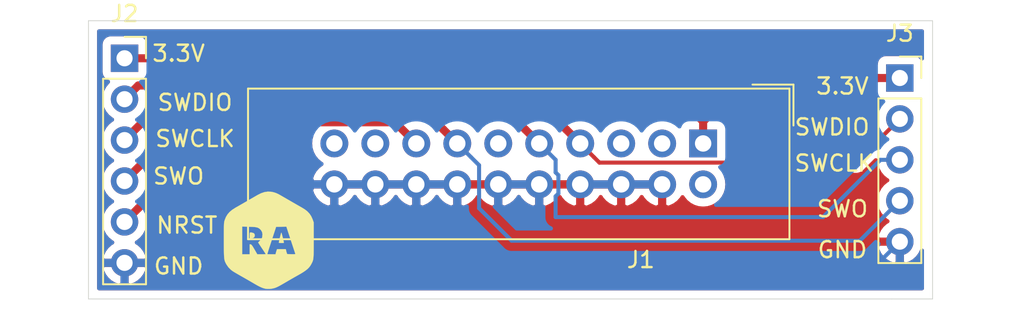
<source format=kicad_pcb>
(kicad_pcb (version 20171130) (host pcbnew 5.1.1-8be2ce7~80~ubuntu18.10.1)

  (general
    (thickness 1.6)
    (drawings 17)
    (tracks 44)
    (zones 0)
    (modules 4)
    (nets 13)
  )

  (page A4)
  (layers
    (0 F.Cu signal)
    (31 B.Cu signal)
    (32 B.Adhes user)
    (33 F.Adhes user)
    (34 B.Paste user)
    (35 F.Paste user)
    (36 B.SilkS user)
    (37 F.SilkS user)
    (38 B.Mask user)
    (39 F.Mask user)
    (40 Dwgs.User user)
    (41 Cmts.User user)
    (42 Eco1.User user)
    (43 Eco2.User user)
    (44 Edge.Cuts user)
    (45 Margin user)
    (46 B.CrtYd user)
    (47 F.CrtYd user)
    (48 B.Fab user)
    (49 F.Fab user)
  )

  (setup
    (last_trace_width 0.25)
    (user_trace_width 0.2)
    (user_trace_width 0.3)
    (user_trace_width 0.5)
    (trace_clearance 0.2)
    (zone_clearance 0.508)
    (zone_45_only no)
    (trace_min 0.2)
    (via_size 0.8)
    (via_drill 0.4)
    (via_min_size 0.4)
    (via_min_drill 0.3)
    (uvia_size 0.3)
    (uvia_drill 0.1)
    (uvias_allowed no)
    (uvia_min_size 0.2)
    (uvia_min_drill 0.1)
    (edge_width 0.05)
    (segment_width 0.2)
    (pcb_text_width 0.3)
    (pcb_text_size 1.5 1.5)
    (mod_edge_width 0.12)
    (mod_text_size 1 1)
    (mod_text_width 0.15)
    (pad_size 1.524 1.524)
    (pad_drill 0.762)
    (pad_to_mask_clearance 0.051)
    (solder_mask_min_width 0.25)
    (aux_axis_origin 0 0)
    (visible_elements FFFFFF7F)
    (pcbplotparams
      (layerselection 0x010fc_ffffffff)
      (usegerberextensions false)
      (usegerberattributes false)
      (usegerberadvancedattributes false)
      (creategerberjobfile false)
      (excludeedgelayer true)
      (linewidth 0.100000)
      (plotframeref false)
      (viasonmask false)
      (mode 1)
      (useauxorigin false)
      (hpglpennumber 1)
      (hpglpenspeed 20)
      (hpglpendiameter 15.000000)
      (psnegative false)
      (psa4output false)
      (plotreference true)
      (plotvalue true)
      (plotinvisibletext false)
      (padsonsilk false)
      (subtractmaskfromsilk false)
      (outputformat 1)
      (mirror false)
      (drillshape 0)
      (scaleselection 1)
      (outputdirectory "GERBER_JTAG/"))
  )

  (net 0 "")
  (net 1 3.3v)
  (net 2 "Net-(J1-Pad2)")
  (net 3 "Net-(J1-Pad3)")
  (net 4 GND)
  (net 5 "Net-(J1-Pad5)")
  (net 6 SWDIO)
  (net 7 SWCLK)
  (net 8 "Net-(J1-Pad11)")
  (net 9 SWO)
  (net 10 NRST)
  (net 11 "Net-(J1-Pad17)")
  (net 12 "Net-(J1-Pad19)")

  (net_class Default "This is the default net class."
    (clearance 0.2)
    (trace_width 0.25)
    (via_dia 0.8)
    (via_drill 0.4)
    (uvia_dia 0.3)
    (uvia_drill 0.1)
    (add_net 3.3v)
    (add_net GND)
    (add_net NRST)
    (add_net "Net-(J1-Pad11)")
    (add_net "Net-(J1-Pad17)")
    (add_net "Net-(J1-Pad19)")
    (add_net "Net-(J1-Pad2)")
    (add_net "Net-(J1-Pad3)")
    (add_net "Net-(J1-Pad5)")
    (add_net SWCLK)
    (add_net SWDIO)
    (add_net SWO)
  )

  (module logos:rodaawana (layer F.Cu) (tedit 5CEAD43F) (tstamp 5CEAD488)
    (at 88.392 116.332)
    (fp_text reference G*** (at 0 0) (layer F.SilkS) hide
      (effects (font (size 1.524 1.524) (thickness 0.3)))
    )
    (fp_text value LOGO (at 0.75 0) (layer F.SilkS) hide
      (effects (font (size 1.524 1.524) (thickness 0.3)))
    )
    (fp_poly (pts (xy 0.117885 -4.116071) (xy 0.156105 -4.110821) (xy 0.312471 -4.078434) (xy 0.459491 -4.029172)
      (xy 0.612327 -3.957412) (xy 0.6985 -3.909705) (xy 0.761559 -3.873289) (xy 0.854051 -3.819814)
      (xy 0.968781 -3.753442) (xy 1.098553 -3.678337) (xy 1.236171 -3.598663) (xy 1.3335 -3.542297)
      (xy 1.478286 -3.458601) (xy 1.625807 -3.373617) (xy 1.767496 -3.292261) (xy 1.894783 -3.219447)
      (xy 1.999101 -3.160091) (xy 2.04644 -3.133353) (xy 2.242481 -3.011271) (xy 2.401618 -2.884257)
      (xy 2.529265 -2.746281) (xy 2.630838 -2.591309) (xy 2.711751 -2.413308) (xy 2.724805 -2.377606)
      (xy 2.783417 -2.211916) (xy 2.783417 -1.11125) (xy 2.783392 -0.855519) (xy 2.783049 -0.638135)
      (xy 2.781987 -0.455113) (xy 2.779803 -0.302468) (xy 2.776097 -0.176212) (xy 2.770467 -0.072362)
      (xy 2.762511 0.01307) (xy 2.751827 0.084068) (xy 2.738013 0.144619) (xy 2.720668 0.198708)
      (xy 2.699391 0.250321) (xy 2.67378 0.303443) (xy 2.643432 0.362061) (xy 2.632922 0.38212)
      (xy 2.571968 0.485021) (xy 2.499108 0.580276) (xy 2.409689 0.671761) (xy 2.299065 0.763354)
      (xy 2.162583 0.858931) (xy 1.995596 0.962371) (xy 1.80975 1.06852) (xy 1.692531 1.134261)
      (xy 1.551502 1.214414) (xy 1.399242 1.301768) (xy 1.248333 1.389108) (xy 1.132417 1.456836)
      (xy 0.963244 1.555867) (xy 0.825262 1.635667) (xy 0.713424 1.698896) (xy 0.622685 1.748215)
      (xy 0.548002 1.786283) (xy 0.48433 1.815761) (xy 0.426623 1.839309) (xy 0.369837 1.859586)
      (xy 0.366465 1.860718) (xy 0.226917 1.894979) (xy 0.069482 1.913614) (xy -0.08804 1.915585)
      (xy -0.227849 1.899852) (xy -0.244224 1.896355) (xy -0.344132 1.868676) (xy -0.451297 1.828624)
      (xy -0.571991 1.773255) (xy -0.71249 1.699623) (xy -0.879068 1.604782) (xy -0.932788 1.573105)
      (xy -1.0515 1.503234) (xy -1.19323 1.42071) (xy -1.344073 1.333577) (xy -1.49012 1.249882)
      (xy -1.566333 1.206548) (xy -1.745166 1.10504) (xy -1.891273 1.02156) (xy -2.008903 0.953522)
      (xy -2.102302 0.898335) (xy -2.175719 0.853413) (xy -2.233401 0.816166) (xy -2.279595 0.784007)
      (xy -2.318551 0.754345) (xy -2.347625 0.73045) (xy -2.500439 0.57795) (xy -2.623709 0.401397)
      (xy -2.659367 0.335981) (xy -2.685722 0.283255) (xy -2.708057 0.233464) (xy -2.726705 0.182707)
      (xy -2.741997 0.127081) (xy -2.754266 0.062686) (xy -2.763843 -0.014382) (xy -2.77106 -0.108023)
      (xy -2.77625 -0.222141) (xy -2.776519 -0.232833) (xy -1.651 -0.232833) (xy -1.185333 -0.232833)
      (xy -1.185333 -0.846666) (xy -1.132154 -0.846666) (xy -1.108415 -0.842915) (xy -1.08391 -0.828756)
      (xy -1.055453 -0.799833) (xy -1.019861 -0.75179) (xy -0.973949 -0.680271) (xy -0.91453 -0.580918)
      (xy -0.838421 -0.449375) (xy -0.826528 -0.428625) (xy -0.714405 -0.232833) (xy -0.452453 -0.232833)
      (xy -0.352758 -0.233766) (xy -0.270524 -0.236313) (xy -0.213807 -0.240093) (xy -0.197402 -0.243379)
      (xy -0.088121 -0.243379) (xy -0.087998 -0.24322) (xy -0.063959 -0.239146) (xy -0.006341 -0.235822)
      (xy 0.076103 -0.233601) (xy 0.17011 -0.232833) (xy 0.417831 -0.232833) (xy 0.443773 -0.333375)
      (xy 0.464162 -0.406964) (xy 0.484779 -0.473208) (xy 0.491425 -0.492125) (xy 0.513136 -0.550333)
      (xy 1.056415 -0.550333) (xy 1.070147 -0.477137) (xy 1.086972 -0.405479) (xy 1.109447 -0.329555)
      (xy 1.111436 -0.323679) (xy 1.138994 -0.243416) (xy 1.397519 -0.237453) (xy 1.509403 -0.235782)
      (xy 1.584465 -0.237173) (xy 1.628137 -0.242087) (xy 1.645852 -0.250988) (xy 1.646215 -0.25862)
      (xy 1.637672 -0.284016) (xy 1.617362 -0.34526) (xy 1.586726 -0.437979) (xy 1.547206 -0.557802)
      (xy 1.500243 -0.700355) (xy 1.447281 -0.861268) (xy 1.389759 -1.036167) (xy 1.363235 -1.116858)
      (xy 1.090083 -1.947965) (xy 0.772583 -1.942358) (xy 0.455083 -1.93675) (xy 0.40625 -1.788583)
      (xy 0.307552 -1.488844) (xy 0.221595 -1.227183) (xy 0.147717 -1.001527) (xy 0.085255 -0.809799)
      (xy 0.033543 -0.649925) (xy -0.008081 -0.519828) (xy -0.040281 -0.417434) (xy -0.063722 -0.340668)
      (xy -0.079066 -0.287453) (xy -0.086978 -0.255715) (xy -0.088121 -0.243379) (xy -0.197402 -0.243379)
      (xy -0.190662 -0.244729) (xy -0.1905 -0.245163) (xy -0.201747 -0.265734) (xy -0.233104 -0.315863)
      (xy -0.280996 -0.390021) (xy -0.341845 -0.482681) (xy -0.412077 -0.588313) (xy -0.423333 -0.605134)
      (xy -0.494628 -0.712021) (xy -0.557099 -0.806515) (xy -0.607177 -0.883148) (xy -0.641294 -0.936455)
      (xy -0.655883 -0.960969) (xy -0.656167 -0.961841) (xy -0.642292 -0.980033) (xy -0.605571 -1.019956)
      (xy -0.553354 -1.073674) (xy -0.542006 -1.085067) (xy -0.478806 -1.152411) (xy -0.439652 -1.208039)
      (xy -0.415685 -1.266868) (xy -0.402922 -1.319281) (xy -0.38878 -1.470511) (xy -0.412952 -1.603877)
      (xy -0.475514 -1.719689) (xy -0.51676 -1.766707) (xy -0.57163 -1.817211) (xy -0.627233 -1.856497)
      (xy -0.689961 -1.886131) (xy -0.766207 -1.907677) (xy -0.862363 -1.922699) (xy -0.984821 -1.932763)
      (xy -1.139973 -1.939432) (xy -1.232958 -1.942012) (xy -1.651 -1.952276) (xy -1.651 -0.232833)
      (xy -2.776519 -0.232833) (xy -2.779744 -0.360636) (xy -2.781875 -0.527411) (xy -2.782974 -0.726367)
      (xy -2.783374 -0.961408) (xy -2.783417 -1.121833) (xy -2.783384 -1.361991) (xy -2.783177 -1.563772)
      (xy -2.782638 -1.731131) (xy -2.781607 -1.868024) (xy -2.779923 -1.978406) (xy -2.777426 -2.066235)
      (xy -2.773958 -2.135464) (xy -2.769357 -2.19005) (xy -2.763465 -2.233949) (xy -2.756121 -2.271117)
      (xy -2.747166 -2.305509) (xy -2.736439 -2.341081) (xy -2.733813 -2.3495) (xy -2.659396 -2.538937)
      (xy -2.559713 -2.706101) (xy -2.430609 -2.855734) (xy -2.267932 -2.992582) (xy -2.067527 -3.121387)
      (xy -2.048582 -3.132138) (xy -1.961189 -3.181616) (xy -1.845806 -3.247431) (xy -1.711042 -3.324646)
      (xy -1.565506 -3.408324) (xy -1.417806 -3.493525) (xy -1.3335 -3.542297) (xy -1.194671 -3.622693)
      (xy -1.058643 -3.701438) (xy -0.93261 -3.77437) (xy -0.823769 -3.837326) (xy -0.739315 -3.886142)
      (xy -0.6985 -3.909705) (xy -0.481905 -4.018732) (xy -0.27613 -4.088884) (xy -0.077444 -4.121037)
      (xy 0.117885 -4.116071)) (layer F.SilkS) (width 0.01))
    (fp_poly (pts (xy -1.055967 -1.579076) (xy -0.986791 -1.561845) (xy -0.929293 -1.537563) (xy -0.908641 -1.522474)
      (xy -0.876897 -1.464552) (xy -0.868948 -1.389744) (xy -0.886528 -1.317295) (xy -0.889628 -1.311161)
      (xy -0.936744 -1.261407) (xy -1.010437 -1.224224) (xy -1.095274 -1.206935) (xy -1.110199 -1.2065)
      (xy -1.185333 -1.2065) (xy -1.185333 -1.385167) (xy -1.182738 -1.474365) (xy -1.175647 -1.540749)
      (xy -1.1651 -1.575475) (xy -1.162664 -1.577845) (xy -1.120149 -1.58562) (xy -1.055967 -1.579076)) (layer F.SilkS) (width 0.01))
    (fp_poly (pts (xy 0.789403 -1.552549) (xy 0.806471 -1.496044) (xy 0.828196 -1.41661) (xy 0.852433 -1.322952)
      (xy 0.877035 -1.223774) (xy 0.899859 -1.127784) (xy 0.918759 -1.043685) (xy 0.931589 -0.980184)
      (xy 0.936205 -0.945986) (xy 0.935568 -0.942624) (xy 0.908071 -0.935393) (xy 0.852942 -0.931812)
      (xy 0.783758 -0.931583) (xy 0.714098 -0.934408) (xy 0.657539 -0.939988) (xy 0.627659 -0.948026)
      (xy 0.626322 -0.949416) (xy 0.627129 -0.97433) (xy 0.636611 -1.029869) (xy 0.652729 -1.107663)
      (xy 0.673447 -1.199342) (xy 0.696729 -1.296534) (xy 0.720536 -1.390869) (xy 0.742833 -1.473976)
      (xy 0.761583 -1.537484) (xy 0.774747 -1.573022) (xy 0.779138 -1.577418) (xy 0.789403 -1.552549)) (layer F.SilkS) (width 0.01))
  )

  (module Connector_IDC:IDC-Header_2x10_P2.54mm_Vertical (layer F.Cu) (tedit 59DE0251) (tstamp 5CEB2A22)
    (at 115.316 109.22 270)
    (descr "Through hole straight IDC box header, 2x10, 2.54mm pitch, double rows")
    (tags "Through hole IDC box header THT 2x10 2.54mm double row")
    (path /5CEB0ADC)
    (fp_text reference J1 (at 7.2202 3.8608 180) (layer F.SilkS)
      (effects (font (size 1 1) (thickness 0.15)))
    )
    (fp_text value Conn_ARM_JTAG_SWD_20 (at 1.27 29.464 90) (layer F.Fab)
      (effects (font (size 1 1) (thickness 0.15)))
    )
    (fp_text user %R (at 1.27 11.43 90) (layer F.Fab)
      (effects (font (size 1 1) (thickness 0.15)))
    )
    (fp_line (start 5.695 -5.1) (end 5.695 27.96) (layer F.Fab) (width 0.1))
    (fp_line (start 5.145 -4.56) (end 5.145 27.4) (layer F.Fab) (width 0.1))
    (fp_line (start -3.155 -5.1) (end -3.155 27.96) (layer F.Fab) (width 0.1))
    (fp_line (start -2.605 -4.56) (end -2.605 9.18) (layer F.Fab) (width 0.1))
    (fp_line (start -2.605 13.68) (end -2.605 27.4) (layer F.Fab) (width 0.1))
    (fp_line (start -2.605 9.18) (end -3.155 9.18) (layer F.Fab) (width 0.1))
    (fp_line (start -2.605 13.68) (end -3.155 13.68) (layer F.Fab) (width 0.1))
    (fp_line (start 5.695 -5.1) (end -3.155 -5.1) (layer F.Fab) (width 0.1))
    (fp_line (start 5.145 -4.56) (end -2.605 -4.56) (layer F.Fab) (width 0.1))
    (fp_line (start 5.695 27.96) (end -3.155 27.96) (layer F.Fab) (width 0.1))
    (fp_line (start 5.145 27.4) (end -2.605 27.4) (layer F.Fab) (width 0.1))
    (fp_line (start 5.695 -5.1) (end 5.145 -4.56) (layer F.Fab) (width 0.1))
    (fp_line (start 5.695 27.96) (end 5.145 27.4) (layer F.Fab) (width 0.1))
    (fp_line (start -3.155 -5.1) (end -2.605 -4.56) (layer F.Fab) (width 0.1))
    (fp_line (start -3.155 27.96) (end -2.605 27.4) (layer F.Fab) (width 0.1))
    (fp_line (start 5.95 -5.35) (end 5.95 28.21) (layer F.CrtYd) (width 0.05))
    (fp_line (start 5.95 28.21) (end -3.41 28.21) (layer F.CrtYd) (width 0.05))
    (fp_line (start -3.41 28.21) (end -3.41 -5.35) (layer F.CrtYd) (width 0.05))
    (fp_line (start -3.41 -5.35) (end 5.95 -5.35) (layer F.CrtYd) (width 0.05))
    (fp_line (start 5.945 -5.35) (end 5.945 28.21) (layer F.SilkS) (width 0.12))
    (fp_line (start 5.945 28.21) (end -3.405 28.21) (layer F.SilkS) (width 0.12))
    (fp_line (start -3.405 28.21) (end -3.405 -5.35) (layer F.SilkS) (width 0.12))
    (fp_line (start -3.405 -5.35) (end 5.945 -5.35) (layer F.SilkS) (width 0.12))
    (fp_line (start -3.655 -5.6) (end -3.655 -3.06) (layer F.SilkS) (width 0.12))
    (fp_line (start -3.655 -5.6) (end -1.115 -5.6) (layer F.SilkS) (width 0.12))
    (pad 1 thru_hole rect (at 0 0 270) (size 1.7272 1.7272) (drill 1.016) (layers *.Cu *.Mask)
      (net 1 3.3v))
    (pad 2 thru_hole oval (at 2.54 0 270) (size 1.7272 1.7272) (drill 1.016) (layers *.Cu *.Mask)
      (net 2 "Net-(J1-Pad2)"))
    (pad 3 thru_hole oval (at 0 2.54 270) (size 1.7272 1.7272) (drill 1.016) (layers *.Cu *.Mask)
      (net 3 "Net-(J1-Pad3)"))
    (pad 4 thru_hole oval (at 2.54 2.54 270) (size 1.7272 1.7272) (drill 1.016) (layers *.Cu *.Mask)
      (net 4 GND))
    (pad 5 thru_hole oval (at 0 5.08 270) (size 1.7272 1.7272) (drill 1.016) (layers *.Cu *.Mask)
      (net 5 "Net-(J1-Pad5)"))
    (pad 6 thru_hole oval (at 2.54 5.08 270) (size 1.7272 1.7272) (drill 1.016) (layers *.Cu *.Mask)
      (net 4 GND))
    (pad 7 thru_hole oval (at 0 7.62 270) (size 1.7272 1.7272) (drill 1.016) (layers *.Cu *.Mask)
      (net 6 SWDIO))
    (pad 8 thru_hole oval (at 2.54 7.62 270) (size 1.7272 1.7272) (drill 1.016) (layers *.Cu *.Mask)
      (net 4 GND))
    (pad 9 thru_hole oval (at 0 10.16 270) (size 1.7272 1.7272) (drill 1.016) (layers *.Cu *.Mask)
      (net 7 SWCLK))
    (pad 10 thru_hole oval (at 2.54 10.16 270) (size 1.7272 1.7272) (drill 1.016) (layers *.Cu *.Mask)
      (net 4 GND))
    (pad 11 thru_hole oval (at 0 12.7 270) (size 1.7272 1.7272) (drill 1.016) (layers *.Cu *.Mask)
      (net 8 "Net-(J1-Pad11)"))
    (pad 12 thru_hole oval (at 2.54 12.7 270) (size 1.7272 1.7272) (drill 1.016) (layers *.Cu *.Mask)
      (net 4 GND))
    (pad 13 thru_hole oval (at 0 15.24 270) (size 1.7272 1.7272) (drill 1.016) (layers *.Cu *.Mask)
      (net 9 SWO))
    (pad 14 thru_hole oval (at 2.54 15.24 270) (size 1.7272 1.7272) (drill 1.016) (layers *.Cu *.Mask)
      (net 4 GND))
    (pad 15 thru_hole oval (at 0 17.78 270) (size 1.7272 1.7272) (drill 1.016) (layers *.Cu *.Mask)
      (net 10 NRST))
    (pad 16 thru_hole oval (at 2.54 17.78 270) (size 1.7272 1.7272) (drill 1.016) (layers *.Cu *.Mask)
      (net 4 GND))
    (pad 17 thru_hole oval (at 0 20.32 270) (size 1.7272 1.7272) (drill 1.016) (layers *.Cu *.Mask)
      (net 11 "Net-(J1-Pad17)"))
    (pad 18 thru_hole oval (at 2.54 20.32 270) (size 1.7272 1.7272) (drill 1.016) (layers *.Cu *.Mask)
      (net 4 GND))
    (pad 19 thru_hole oval (at 0 22.86 270) (size 1.7272 1.7272) (drill 1.016) (layers *.Cu *.Mask)
      (net 12 "Net-(J1-Pad19)"))
    (pad 20 thru_hole oval (at 2.54 22.86 270) (size 1.7272 1.7272) (drill 1.016) (layers *.Cu *.Mask)
      (net 4 GND))
    (model ${KISYS3DMOD}/Connector_IDC.3dshapes/IDC-Header_2x10_P2.54mm_Vertical.wrl
      (at (xyz 0 0 0))
      (scale (xyz 1 1 1))
      (rotate (xyz 0 0 0))
    )
  )

  (module Connector_PinSocket_2.54mm:PinSocket_1x06_P2.54mm_Vertical (layer F.Cu) (tedit 5A19A430) (tstamp 5CEB2A3C)
    (at 79.4512 103.9318)
    (descr "Through hole straight socket strip, 1x06, 2.54mm pitch, single row (from Kicad 4.0.7), script generated")
    (tags "Through hole socket strip THT 1x06 2.54mm single row")
    (path /5CEB22F6)
    (fp_text reference J2 (at 0 -2.77) (layer F.SilkS)
      (effects (font (size 1 1) (thickness 0.15)))
    )
    (fp_text value Conn_01x06_Female (at 0 15.47) (layer F.Fab)
      (effects (font (size 1 1) (thickness 0.15)))
    )
    (fp_line (start -1.27 -1.27) (end 0.635 -1.27) (layer F.Fab) (width 0.1))
    (fp_line (start 0.635 -1.27) (end 1.27 -0.635) (layer F.Fab) (width 0.1))
    (fp_line (start 1.27 -0.635) (end 1.27 13.97) (layer F.Fab) (width 0.1))
    (fp_line (start 1.27 13.97) (end -1.27 13.97) (layer F.Fab) (width 0.1))
    (fp_line (start -1.27 13.97) (end -1.27 -1.27) (layer F.Fab) (width 0.1))
    (fp_line (start -1.33 1.27) (end 1.33 1.27) (layer F.SilkS) (width 0.12))
    (fp_line (start -1.33 1.27) (end -1.33 14.03) (layer F.SilkS) (width 0.12))
    (fp_line (start -1.33 14.03) (end 1.33 14.03) (layer F.SilkS) (width 0.12))
    (fp_line (start 1.33 1.27) (end 1.33 14.03) (layer F.SilkS) (width 0.12))
    (fp_line (start 1.33 -1.33) (end 1.33 0) (layer F.SilkS) (width 0.12))
    (fp_line (start 0 -1.33) (end 1.33 -1.33) (layer F.SilkS) (width 0.12))
    (fp_line (start -1.8 -1.8) (end 1.75 -1.8) (layer F.CrtYd) (width 0.05))
    (fp_line (start 1.75 -1.8) (end 1.75 14.45) (layer F.CrtYd) (width 0.05))
    (fp_line (start 1.75 14.45) (end -1.8 14.45) (layer F.CrtYd) (width 0.05))
    (fp_line (start -1.8 14.45) (end -1.8 -1.8) (layer F.CrtYd) (width 0.05))
    (fp_text user %R (at 0 6.35 90) (layer F.Fab)
      (effects (font (size 1 1) (thickness 0.15)))
    )
    (pad 1 thru_hole rect (at 0 0) (size 1.7 1.7) (drill 1) (layers *.Cu *.Mask)
      (net 1 3.3v))
    (pad 2 thru_hole oval (at 0 2.54) (size 1.7 1.7) (drill 1) (layers *.Cu *.Mask)
      (net 6 SWDIO))
    (pad 3 thru_hole oval (at 0 5.08) (size 1.7 1.7) (drill 1) (layers *.Cu *.Mask)
      (net 7 SWCLK))
    (pad 4 thru_hole oval (at 0 7.62) (size 1.7 1.7) (drill 1) (layers *.Cu *.Mask)
      (net 9 SWO))
    (pad 5 thru_hole oval (at 0 10.16) (size 1.7 1.7) (drill 1) (layers *.Cu *.Mask)
      (net 10 NRST))
    (pad 6 thru_hole oval (at 0 12.7) (size 1.7 1.7) (drill 1) (layers *.Cu *.Mask)
      (net 4 GND))
    (model ${KISYS3DMOD}/Connector_PinSocket_2.54mm.3dshapes/PinSocket_1x06_P2.54mm_Vertical.wrl
      (at (xyz 0 0 0))
      (scale (xyz 1 1 1))
      (rotate (xyz 0 0 0))
    )
  )

  (module Connector_PinSocket_2.54mm:PinSocket_1x05_P2.54mm_Vertical (layer F.Cu) (tedit 5A19A420) (tstamp 5CEB2A55)
    (at 127.508 105.156)
    (descr "Through hole straight socket strip, 1x05, 2.54mm pitch, single row (from Kicad 4.0.7), script generated")
    (tags "Through hole socket strip THT 1x05 2.54mm single row")
    (path /5CEB472D)
    (fp_text reference J3 (at 0 -2.77) (layer F.SilkS)
      (effects (font (size 1 1) (thickness 0.15)))
    )
    (fp_text value Conn_01x05_Female (at 0 12.93) (layer F.Fab)
      (effects (font (size 1 1) (thickness 0.15)))
    )
    (fp_line (start -1.27 -1.27) (end 0.635 -1.27) (layer F.Fab) (width 0.1))
    (fp_line (start 0.635 -1.27) (end 1.27 -0.635) (layer F.Fab) (width 0.1))
    (fp_line (start 1.27 -0.635) (end 1.27 11.43) (layer F.Fab) (width 0.1))
    (fp_line (start 1.27 11.43) (end -1.27 11.43) (layer F.Fab) (width 0.1))
    (fp_line (start -1.27 11.43) (end -1.27 -1.27) (layer F.Fab) (width 0.1))
    (fp_line (start -1.33 1.27) (end 1.33 1.27) (layer F.SilkS) (width 0.12))
    (fp_line (start -1.33 1.27) (end -1.33 11.49) (layer F.SilkS) (width 0.12))
    (fp_line (start -1.33 11.49) (end 1.33 11.49) (layer F.SilkS) (width 0.12))
    (fp_line (start 1.33 1.27) (end 1.33 11.49) (layer F.SilkS) (width 0.12))
    (fp_line (start 1.33 -1.33) (end 1.33 0) (layer F.SilkS) (width 0.12))
    (fp_line (start 0 -1.33) (end 1.33 -1.33) (layer F.SilkS) (width 0.12))
    (fp_line (start -1.8 -1.8) (end 1.75 -1.8) (layer F.CrtYd) (width 0.05))
    (fp_line (start 1.75 -1.8) (end 1.75 11.9) (layer F.CrtYd) (width 0.05))
    (fp_line (start 1.75 11.9) (end -1.8 11.9) (layer F.CrtYd) (width 0.05))
    (fp_line (start -1.8 11.9) (end -1.8 -1.8) (layer F.CrtYd) (width 0.05))
    (fp_text user %R (at 0 5.08 90) (layer F.Fab)
      (effects (font (size 1 1) (thickness 0.15)))
    )
    (pad 1 thru_hole rect (at 0 0) (size 1.7 1.7) (drill 1) (layers *.Cu *.Mask)
      (net 1 3.3v))
    (pad 2 thru_hole oval (at 0 2.54) (size 1.7 1.7) (drill 1) (layers *.Cu *.Mask)
      (net 6 SWDIO))
    (pad 3 thru_hole oval (at 0 5.08) (size 1.7 1.7) (drill 1) (layers *.Cu *.Mask)
      (net 7 SWCLK))
    (pad 4 thru_hole oval (at 0 7.62) (size 1.7 1.7) (drill 1) (layers *.Cu *.Mask)
      (net 9 SWO))
    (pad 5 thru_hole oval (at 0 10.16) (size 1.7 1.7) (drill 1) (layers *.Cu *.Mask)
      (net 4 GND))
    (model ${KISYS3DMOD}/Connector_PinSocket_2.54mm.3dshapes/PinSocket_1x05_P2.54mm_Vertical.wrl
      (at (xyz 0 0 0))
      (scale (xyz 1 1 1))
      (rotate (xyz 0 0 0))
    )
  )

  (gr_line (start 129.54 118.872) (end 127 118.872) (layer Edge.Cuts) (width 0.05) (tstamp 5CEB31F7))
  (gr_line (start 129.54 101.6) (end 129.54 118.872) (layer Edge.Cuts) (width 0.05))
  (gr_line (start 127 101.6) (end 129.54 101.6) (layer Edge.Cuts) (width 0.05))
  (gr_text "SWDIO\n" (at 120.904 108.204) (layer F.SilkS) (tstamp 5CEB30DF)
    (effects (font (size 1 1) (thickness 0.15)) (justify left))
  )
  (gr_text 3.3V (at 123.952 105.664) (layer F.SilkS) (tstamp 5CEB30DE)
    (effects (font (size 1 1) (thickness 0.15)))
  )
  (gr_text "SWO\n" (at 123.952 113.284) (layer F.SilkS) (tstamp 5CEB30DC)
    (effects (font (size 1 1) (thickness 0.15)))
  )
  (gr_text "SWCLK\n\n" (at 123.444 111.252) (layer F.SilkS) (tstamp 5CEB30DB)
    (effects (font (size 1 1) (thickness 0.15)))
  )
  (gr_text GND (at 123.952 115.824) (layer F.SilkS) (tstamp 5CEB30DA)
    (effects (font (size 1 1) (thickness 0.15)))
  )
  (gr_text GND (at 82.804 116.84) (layer F.SilkS) (tstamp 5CEB30CB)
    (effects (font (size 1 1) (thickness 0.15)))
  )
  (gr_text NRST (at 83.312 114.3) (layer F.SilkS) (tstamp 5CEB30C2)
    (effects (font (size 1 1) (thickness 0.15)))
  )
  (gr_text "SWO\n" (at 82.804 111.252) (layer F.SilkS) (tstamp 5CEB30AD)
    (effects (font (size 1 1) (thickness 0.15)))
  )
  (gr_text "SWCLK\n\n" (at 83.82 109.728) (layer F.SilkS) (tstamp 5CEB30A3)
    (effects (font (size 1 1) (thickness 0.15)))
  )
  (gr_text "SWDIO\n" (at 83.82 106.68) (layer F.SilkS) (tstamp 5CEB3097)
    (effects (font (size 1 1) (thickness 0.15)))
  )
  (gr_text 3.3V (at 82.804 103.632) (layer F.SilkS)
    (effects (font (size 1 1) (thickness 0.15)))
  )
  (gr_line (start 127 101.6) (end 77.216 101.6) (layer Edge.Cuts) (width 0.05) (tstamp 5CEB3024))
  (gr_line (start 77.216 118.872) (end 127 118.872) (layer Edge.Cuts) (width 0.05))
  (gr_line (start 77.216 101.6) (end 77.216 118.872) (layer Edge.Cuts) (width 0.05))

  (segment (start 111.3914 103.9318) (end 115.316 107.8564) (width 0.5) (layer F.Cu) (net 1))
  (segment (start 79.4512 103.9318) (end 111.3914 103.9318) (width 0.5) (layer F.Cu) (net 1))
  (segment (start 126.158 105.156) (end 127.508 105.156) (width 0.5) (layer F.Cu) (net 1))
  (segment (start 115.316 107.8564) (end 118.0164 105.156) (width 0.5) (layer F.Cu) (net 1))
  (segment (start 118.0164 105.156) (end 126.158 105.156) (width 0.5) (layer F.Cu) (net 1))
  (segment (start 115.316 109.22) (end 115.316 107.8564) (width 0.5) (layer F.Cu) (net 1))
  (segment (start 92.456 111.76) (end 112.776 111.76) (width 0.5) (layer F.Cu) (net 4))
  (segment (start 126.1922 116.6318) (end 127.508 115.316) (width 0.25) (layer B.Cu) (net 4))
  (segment (start 79.4512 116.6318) (end 126.1922 116.6318) (width 0.25) (layer B.Cu) (net 4))
  (segment (start 106.832401 108.356401) (end 107.696 109.22) (width 0.5) (layer F.Cu) (net 6))
  (segment (start 104.097801 105.621801) (end 106.832401 108.356401) (width 0.5) (layer F.Cu) (net 6))
  (segment (start 80.301199 105.621801) (end 104.097801 105.621801) (width 0.5) (layer F.Cu) (net 6))
  (segment (start 79.4512 106.4718) (end 80.301199 105.621801) (width 0.5) (layer F.Cu) (net 6))
  (segment (start 108.559599 110.083599) (end 107.696 109.22) (width 0.25) (layer F.Cu) (net 6))
  (segment (start 108.884601 110.408601) (end 108.559599 110.083599) (width 0.25) (layer F.Cu) (net 6))
  (segment (start 124.795399 110.408601) (end 108.884601 110.408601) (width 0.25) (layer F.Cu) (net 6))
  (segment (start 127.508 107.696) (end 124.795399 110.408601) (width 0.25) (layer F.Cu) (net 6))
  (segment (start 104.292401 108.356401) (end 105.156 109.22) (width 0.5) (layer F.Cu) (net 7))
  (segment (start 102.442377 106.506377) (end 104.292401 108.356401) (width 0.5) (layer F.Cu) (net 7))
  (segment (start 81.956623 106.506377) (end 102.442377 106.506377) (width 0.5) (layer F.Cu) (net 7))
  (segment (start 79.4512 109.0118) (end 81.956623 106.506377) (width 0.5) (layer F.Cu) (net 7))
  (segment (start 106.172 110.236) (end 105.156 109.22) (width 0.25) (layer B.Cu) (net 7))
  (segment (start 106.172 111.01687) (end 106.172 110.236) (width 0.25) (layer B.Cu) (net 7))
  (segment (start 126.305919 110.236) (end 122.749919 113.792) (width 0.25) (layer B.Cu) (net 7))
  (segment (start 127.508 110.236) (end 126.305919 110.236) (width 0.25) (layer B.Cu) (net 7))
  (segment (start 106.172 113.792) (end 106.172 112.50313) (width 0.25) (layer B.Cu) (net 7))
  (segment (start 106.344601 111.189471) (end 106.172 111.01687) (width 0.25) (layer B.Cu) (net 7))
  (segment (start 106.344601 112.330529) (end 106.344601 111.189471) (width 0.25) (layer B.Cu) (net 7))
  (segment (start 122.749919 113.792) (end 106.172 113.792) (width 0.25) (layer B.Cu) (net 7))
  (segment (start 106.172 112.50313) (end 106.344601 112.330529) (width 0.25) (layer B.Cu) (net 7))
  (segment (start 99.212401 108.356401) (end 100.076 109.22) (width 0.5) (layer F.Cu) (net 9))
  (segment (start 98.062388 107.206388) (end 99.212401 108.356401) (width 0.5) (layer F.Cu) (net 9))
  (segment (start 83.796612 107.206388) (end 98.062388 107.206388) (width 0.5) (layer F.Cu) (net 9))
  (segment (start 79.4512 111.5518) (end 83.796612 107.206388) (width 0.5) (layer F.Cu) (net 9))
  (segment (start 100.939599 110.083599) (end 100.076 109.22) (width 0.25) (layer B.Cu) (net 9))
  (segment (start 101.427399 113.23981) (end 101.427399 110.571399) (width 0.25) (layer B.Cu) (net 9))
  (segment (start 101.427399 110.571399) (end 100.939599 110.083599) (width 0.25) (layer B.Cu) (net 9))
  (segment (start 103.4456 115.258011) (end 101.427399 113.23981) (width 0.25) (layer B.Cu) (net 9))
  (segment (start 127.508 112.776) (end 125.025989 115.258011) (width 0.25) (layer B.Cu) (net 9))
  (segment (start 125.025989 115.258011) (end 103.4456 115.258011) (width 0.25) (layer B.Cu) (net 9))
  (segment (start 85.636601 107.906399) (end 80.301199 113.241801) (width 0.5) (layer F.Cu) (net 10))
  (segment (start 96.222399 107.906399) (end 85.636601 107.906399) (width 0.5) (layer F.Cu) (net 10))
  (segment (start 80.301199 113.241801) (end 79.4512 114.0918) (width 0.5) (layer F.Cu) (net 10))
  (segment (start 97.536 109.22) (end 96.222399 107.906399) (width 0.5) (layer F.Cu) (net 10))

  (zone (net 4) (net_name GND) (layer B.Cu) (tstamp 5CEB354F) (hatch edge 0.508)
    (connect_pads (clearance 0.508))
    (min_thickness 0.254)
    (fill yes (arc_segments 32) (thermal_gap 0.508) (thermal_bridge_width 0.508))
    (polygon
      (pts
        (xy 77.724 102.108) (xy 129.032 102.108) (xy 129.032 118.364) (xy 77.724 118.364)
      )
    )
    (filled_polygon
      (pts
        (xy 128.88 103.941104) (xy 128.809185 103.854815) (xy 128.712494 103.775463) (xy 128.60218 103.716498) (xy 128.482482 103.680188)
        (xy 128.358 103.667928) (xy 126.658 103.667928) (xy 126.533518 103.680188) (xy 126.41382 103.716498) (xy 126.303506 103.775463)
        (xy 126.206815 103.854815) (xy 126.127463 103.951506) (xy 126.068498 104.06182) (xy 126.032188 104.181518) (xy 126.019928 104.306)
        (xy 126.019928 106.006) (xy 126.032188 106.130482) (xy 126.068498 106.25018) (xy 126.127463 106.360494) (xy 126.206815 106.457185)
        (xy 126.303506 106.536537) (xy 126.41382 106.595502) (xy 126.482687 106.616393) (xy 126.452866 106.640866) (xy 126.267294 106.866986)
        (xy 126.129401 107.124966) (xy 126.044487 107.404889) (xy 126.015815 107.696) (xy 126.044487 107.987111) (xy 126.129401 108.267034)
        (xy 126.267294 108.525014) (xy 126.452866 108.751134) (xy 126.678986 108.936706) (xy 126.733791 108.966) (xy 126.678986 108.995294)
        (xy 126.452866 109.180866) (xy 126.267294 109.406986) (xy 126.228284 109.479969) (xy 126.156933 109.486997) (xy 126.013672 109.530454)
        (xy 125.881643 109.601026) (xy 125.881641 109.601027) (xy 125.881642 109.601027) (xy 125.794915 109.672201) (xy 125.794911 109.672205)
        (xy 125.765918 109.695999) (xy 125.742124 109.724992) (xy 122.435118 113.032) (xy 116.115318 113.032) (xy 116.152606 113.012069)
        (xy 116.380797 112.824797) (xy 116.568069 112.596606) (xy 116.707225 112.336264) (xy 116.792916 112.053777) (xy 116.821851 111.76)
        (xy 116.792916 111.466223) (xy 116.707225 111.183736) (xy 116.568069 110.923394) (xy 116.380797 110.695203) (xy 116.372735 110.688586)
        (xy 116.42378 110.673102) (xy 116.534094 110.614137) (xy 116.630785 110.534785) (xy 116.710137 110.438094) (xy 116.769102 110.32778)
        (xy 116.805412 110.208082) (xy 116.817672 110.0836) (xy 116.817672 108.3564) (xy 116.805412 108.231918) (xy 116.769102 108.11222)
        (xy 116.710137 108.001906) (xy 116.630785 107.905215) (xy 116.534094 107.825863) (xy 116.42378 107.766898) (xy 116.304082 107.730588)
        (xy 116.1796 107.718328) (xy 114.4524 107.718328) (xy 114.327918 107.730588) (xy 114.20822 107.766898) (xy 114.097906 107.825863)
        (xy 114.001215 107.905215) (xy 113.921863 108.001906) (xy 113.862898 108.11222) (xy 113.847414 108.163265) (xy 113.840797 108.155203)
        (xy 113.612606 107.967931) (xy 113.352264 107.828775) (xy 113.069777 107.743084) (xy 112.849619 107.7214) (xy 112.702381 107.7214)
        (xy 112.482223 107.743084) (xy 112.199736 107.828775) (xy 111.939394 107.967931) (xy 111.711203 108.155203) (xy 111.523931 108.383394)
        (xy 111.506 108.41694) (xy 111.488069 108.383394) (xy 111.300797 108.155203) (xy 111.072606 107.967931) (xy 110.812264 107.828775)
        (xy 110.529777 107.743084) (xy 110.309619 107.7214) (xy 110.162381 107.7214) (xy 109.942223 107.743084) (xy 109.659736 107.828775)
        (xy 109.399394 107.967931) (xy 109.171203 108.155203) (xy 108.983931 108.383394) (xy 108.966 108.41694) (xy 108.948069 108.383394)
        (xy 108.760797 108.155203) (xy 108.532606 107.967931) (xy 108.272264 107.828775) (xy 107.989777 107.743084) (xy 107.769619 107.7214)
        (xy 107.622381 107.7214) (xy 107.402223 107.743084) (xy 107.119736 107.828775) (xy 106.859394 107.967931) (xy 106.631203 108.155203)
        (xy 106.443931 108.383394) (xy 106.426 108.41694) (xy 106.408069 108.383394) (xy 106.220797 108.155203) (xy 105.992606 107.967931)
        (xy 105.732264 107.828775) (xy 105.449777 107.743084) (xy 105.229619 107.7214) (xy 105.082381 107.7214) (xy 104.862223 107.743084)
        (xy 104.579736 107.828775) (xy 104.319394 107.967931) (xy 104.091203 108.155203) (xy 103.903931 108.383394) (xy 103.886 108.41694)
        (xy 103.868069 108.383394) (xy 103.680797 108.155203) (xy 103.452606 107.967931) (xy 103.192264 107.828775) (xy 102.909777 107.743084)
        (xy 102.689619 107.7214) (xy 102.542381 107.7214) (xy 102.322223 107.743084) (xy 102.039736 107.828775) (xy 101.779394 107.967931)
        (xy 101.551203 108.155203) (xy 101.363931 108.383394) (xy 101.346 108.41694) (xy 101.328069 108.383394) (xy 101.140797 108.155203)
        (xy 100.912606 107.967931) (xy 100.652264 107.828775) (xy 100.369777 107.743084) (xy 100.149619 107.7214) (xy 100.002381 107.7214)
        (xy 99.782223 107.743084) (xy 99.499736 107.828775) (xy 99.239394 107.967931) (xy 99.011203 108.155203) (xy 98.823931 108.383394)
        (xy 98.806 108.41694) (xy 98.788069 108.383394) (xy 98.600797 108.155203) (xy 98.372606 107.967931) (xy 98.112264 107.828775)
        (xy 97.829777 107.743084) (xy 97.609619 107.7214) (xy 97.462381 107.7214) (xy 97.242223 107.743084) (xy 96.959736 107.828775)
        (xy 96.699394 107.967931) (xy 96.471203 108.155203) (xy 96.283931 108.383394) (xy 96.266 108.41694) (xy 96.248069 108.383394)
        (xy 96.060797 108.155203) (xy 95.832606 107.967931) (xy 95.572264 107.828775) (xy 95.289777 107.743084) (xy 95.069619 107.7214)
        (xy 94.922381 107.7214) (xy 94.702223 107.743084) (xy 94.419736 107.828775) (xy 94.159394 107.967931) (xy 93.931203 108.155203)
        (xy 93.743931 108.383394) (xy 93.726 108.41694) (xy 93.708069 108.383394) (xy 93.520797 108.155203) (xy 93.292606 107.967931)
        (xy 93.032264 107.828775) (xy 92.749777 107.743084) (xy 92.529619 107.7214) (xy 92.382381 107.7214) (xy 92.162223 107.743084)
        (xy 91.879736 107.828775) (xy 91.619394 107.967931) (xy 91.391203 108.155203) (xy 91.203931 108.383394) (xy 91.064775 108.643736)
        (xy 90.979084 108.926223) (xy 90.950149 109.22) (xy 90.979084 109.513777) (xy 91.064775 109.796264) (xy 91.203931 110.056606)
        (xy 91.391203 110.284797) (xy 91.619394 110.472069) (xy 91.659433 110.49347) (xy 91.445707 110.653146) (xy 91.249183 110.871512)
        (xy 91.099036 111.124022) (xy 91.001037 111.400973) (xy 91.121536 111.633) (xy 92.329 111.633) (xy 92.329 111.613)
        (xy 92.583 111.613) (xy 92.583 111.633) (xy 94.869 111.633) (xy 94.869 111.613) (xy 95.123 111.613)
        (xy 95.123 111.633) (xy 97.409 111.633) (xy 97.409 111.613) (xy 97.663 111.613) (xy 97.663 111.633)
        (xy 99.949 111.633) (xy 99.949 111.613) (xy 100.203 111.613) (xy 100.203 111.633) (xy 100.223 111.633)
        (xy 100.223 111.887) (xy 100.203 111.887) (xy 100.203 113.093817) (xy 100.435026 113.214958) (xy 100.585814 113.169222)
        (xy 100.667399 113.130284) (xy 100.667399 113.202487) (xy 100.663723 113.23981) (xy 100.667399 113.277132) (xy 100.667399 113.277142)
        (xy 100.678396 113.388795) (xy 100.718428 113.520766) (xy 100.721853 113.532056) (xy 100.792425 113.664086) (xy 100.83227 113.712636)
        (xy 100.887398 113.779811) (xy 100.916402 113.803614) (xy 102.881801 115.769014) (xy 102.905599 115.798012) (xy 103.021324 115.892985)
        (xy 103.153353 115.963557) (xy 103.296614 116.007014) (xy 103.408267 116.018011) (xy 103.408276 116.018011) (xy 103.445599 116.021687)
        (xy 103.482922 116.018011) (xy 124.988667 116.018011) (xy 125.025989 116.021687) (xy 125.063311 116.018011) (xy 125.063322 116.018011)
        (xy 125.174975 116.007014) (xy 125.318236 115.963557) (xy 125.450265 115.892985) (xy 125.56599 115.798012) (xy 125.589793 115.769008)
        (xy 126.023 115.335801) (xy 126.023 115.443002) (xy 126.187844 115.443002) (xy 126.066524 115.67289) (xy 126.111175 115.820099)
        (xy 126.236359 116.08292) (xy 126.410412 116.316269) (xy 126.626645 116.511178) (xy 126.876748 116.660157) (xy 127.151109 116.757481)
        (xy 127.381 116.636814) (xy 127.381 115.443) (xy 127.361 115.443) (xy 127.361 115.189) (xy 127.381 115.189)
        (xy 127.381 115.169) (xy 127.635 115.169) (xy 127.635 115.189) (xy 127.655 115.189) (xy 127.655 115.443)
        (xy 127.635 115.443) (xy 127.635 116.636814) (xy 127.864891 116.757481) (xy 128.139252 116.660157) (xy 128.389355 116.511178)
        (xy 128.605588 116.316269) (xy 128.779641 116.08292) (xy 128.880001 115.872217) (xy 128.880001 118.212) (xy 77.876 118.212)
        (xy 77.876 116.98869) (xy 78.009724 116.98869) (xy 78.054375 117.135899) (xy 78.179559 117.39872) (xy 78.353612 117.632069)
        (xy 78.569845 117.826978) (xy 78.819948 117.975957) (xy 79.094309 118.073281) (xy 79.3242 117.952614) (xy 79.3242 116.7588)
        (xy 79.5782 116.7588) (xy 79.5782 117.952614) (xy 79.808091 118.073281) (xy 80.082452 117.975957) (xy 80.332555 117.826978)
        (xy 80.548788 117.632069) (xy 80.722841 117.39872) (xy 80.848025 117.135899) (xy 80.892676 116.98869) (xy 80.771355 116.7588)
        (xy 79.5782 116.7588) (xy 79.3242 116.7588) (xy 78.131045 116.7588) (xy 78.009724 116.98869) (xy 77.876 116.98869)
        (xy 77.876 106.4718) (xy 77.959015 106.4718) (xy 77.987687 106.762911) (xy 78.072601 107.042834) (xy 78.210494 107.300814)
        (xy 78.396066 107.526934) (xy 78.622186 107.712506) (xy 78.676991 107.7418) (xy 78.622186 107.771094) (xy 78.396066 107.956666)
        (xy 78.210494 108.182786) (xy 78.072601 108.440766) (xy 77.987687 108.720689) (xy 77.959015 109.0118) (xy 77.987687 109.302911)
        (xy 78.072601 109.582834) (xy 78.210494 109.840814) (xy 78.396066 110.066934) (xy 78.622186 110.252506) (xy 78.676991 110.2818)
        (xy 78.622186 110.311094) (xy 78.396066 110.496666) (xy 78.210494 110.722786) (xy 78.072601 110.980766) (xy 77.987687 111.260689)
        (xy 77.959015 111.5518) (xy 77.987687 111.842911) (xy 78.072601 112.122834) (xy 78.210494 112.380814) (xy 78.396066 112.606934)
        (xy 78.622186 112.792506) (xy 78.676991 112.8218) (xy 78.622186 112.851094) (xy 78.396066 113.036666) (xy 78.210494 113.262786)
        (xy 78.072601 113.520766) (xy 77.987687 113.800689) (xy 77.959015 114.0918) (xy 77.987687 114.382911) (xy 78.072601 114.662834)
        (xy 78.210494 114.920814) (xy 78.396066 115.146934) (xy 78.622186 115.332506) (xy 78.686723 115.367001) (xy 78.569845 115.436622)
        (xy 78.353612 115.631531) (xy 78.179559 115.86488) (xy 78.054375 116.127701) (xy 78.009724 116.27491) (xy 78.131045 116.5048)
        (xy 79.3242 116.5048) (xy 79.3242 116.4848) (xy 79.5782 116.4848) (xy 79.5782 116.5048) (xy 80.771355 116.5048)
        (xy 80.892676 116.27491) (xy 80.848025 116.127701) (xy 80.722841 115.86488) (xy 80.548788 115.631531) (xy 80.332555 115.436622)
        (xy 80.215677 115.367001) (xy 80.280214 115.332506) (xy 80.506334 115.146934) (xy 80.691906 114.920814) (xy 80.829799 114.662834)
        (xy 80.914713 114.382911) (xy 80.943385 114.0918) (xy 80.914713 113.800689) (xy 80.829799 113.520766) (xy 80.691906 113.262786)
        (xy 80.506334 113.036666) (xy 80.280214 112.851094) (xy 80.225409 112.8218) (xy 80.280214 112.792506) (xy 80.506334 112.606934)
        (xy 80.691906 112.380814) (xy 80.829799 112.122834) (xy 80.830953 112.119027) (xy 91.001037 112.119027) (xy 91.099036 112.395978)
        (xy 91.249183 112.648488) (xy 91.445707 112.866854) (xy 91.681056 113.042684) (xy 91.946186 113.169222) (xy 92.096974 113.214958)
        (xy 92.329 113.093817) (xy 92.329 111.887) (xy 92.583 111.887) (xy 92.583 113.093817) (xy 92.815026 113.214958)
        (xy 92.965814 113.169222) (xy 93.230944 113.042684) (xy 93.466293 112.866854) (xy 93.662817 112.648488) (xy 93.726 112.54223)
        (xy 93.789183 112.648488) (xy 93.985707 112.866854) (xy 94.221056 113.042684) (xy 94.486186 113.169222) (xy 94.636974 113.214958)
        (xy 94.869 113.093817) (xy 94.869 111.887) (xy 95.123 111.887) (xy 95.123 113.093817) (xy 95.355026 113.214958)
        (xy 95.505814 113.169222) (xy 95.770944 113.042684) (xy 96.006293 112.866854) (xy 96.202817 112.648488) (xy 96.266 112.54223)
        (xy 96.329183 112.648488) (xy 96.525707 112.866854) (xy 96.761056 113.042684) (xy 97.026186 113.169222) (xy 97.176974 113.214958)
        (xy 97.409 113.093817) (xy 97.409 111.887) (xy 97.663 111.887) (xy 97.663 113.093817) (xy 97.895026 113.214958)
        (xy 98.045814 113.169222) (xy 98.310944 113.042684) (xy 98.546293 112.866854) (xy 98.742817 112.648488) (xy 98.806 112.54223)
        (xy 98.869183 112.648488) (xy 99.065707 112.866854) (xy 99.301056 113.042684) (xy 99.566186 113.169222) (xy 99.716974 113.214958)
        (xy 99.949 113.093817) (xy 99.949 111.887) (xy 97.663 111.887) (xy 97.409 111.887) (xy 95.123 111.887)
        (xy 94.869 111.887) (xy 92.583 111.887) (xy 92.329 111.887) (xy 91.121536 111.887) (xy 91.001037 112.119027)
        (xy 80.830953 112.119027) (xy 80.914713 111.842911) (xy 80.943385 111.5518) (xy 80.914713 111.260689) (xy 80.829799 110.980766)
        (xy 80.691906 110.722786) (xy 80.506334 110.496666) (xy 80.280214 110.311094) (xy 80.225409 110.2818) (xy 80.280214 110.252506)
        (xy 80.506334 110.066934) (xy 80.691906 109.840814) (xy 80.829799 109.582834) (xy 80.914713 109.302911) (xy 80.943385 109.0118)
        (xy 80.914713 108.720689) (xy 80.829799 108.440766) (xy 80.691906 108.182786) (xy 80.506334 107.956666) (xy 80.280214 107.771094)
        (xy 80.225409 107.7418) (xy 80.280214 107.712506) (xy 80.506334 107.526934) (xy 80.691906 107.300814) (xy 80.829799 107.042834)
        (xy 80.914713 106.762911) (xy 80.943385 106.4718) (xy 80.914713 106.180689) (xy 80.829799 105.900766) (xy 80.691906 105.642786)
        (xy 80.506334 105.416666) (xy 80.476513 105.392193) (xy 80.54538 105.371302) (xy 80.655694 105.312337) (xy 80.752385 105.232985)
        (xy 80.831737 105.136294) (xy 80.890702 105.02598) (xy 80.927012 104.906282) (xy 80.939272 104.7818) (xy 80.939272 103.0818)
        (xy 80.927012 102.957318) (xy 80.890702 102.83762) (xy 80.831737 102.727306) (xy 80.752385 102.630615) (xy 80.655694 102.551263)
        (xy 80.54538 102.492298) (xy 80.425682 102.455988) (xy 80.3012 102.443728) (xy 78.6012 102.443728) (xy 78.476718 102.455988)
        (xy 78.35702 102.492298) (xy 78.246706 102.551263) (xy 78.150015 102.630615) (xy 78.070663 102.727306) (xy 78.011698 102.83762)
        (xy 77.975388 102.957318) (xy 77.963128 103.0818) (xy 77.963128 104.7818) (xy 77.975388 104.906282) (xy 78.011698 105.02598)
        (xy 78.070663 105.136294) (xy 78.150015 105.232985) (xy 78.246706 105.312337) (xy 78.35702 105.371302) (xy 78.425887 105.392193)
        (xy 78.396066 105.416666) (xy 78.210494 105.642786) (xy 78.072601 105.900766) (xy 77.987687 106.180689) (xy 77.959015 106.4718)
        (xy 77.876 106.4718) (xy 77.876 102.26) (xy 128.88 102.26)
      )
    )
    (filled_polygon
      (pts
        (xy 102.743 111.633) (xy 105.029 111.633) (xy 105.029 111.613) (xy 105.283 111.613) (xy 105.283 111.633)
        (xy 105.303 111.633) (xy 105.303 111.887) (xy 105.283 111.887) (xy 105.283 113.093817) (xy 105.412 113.161168)
        (xy 105.412 113.754667) (xy 105.408323 113.792) (xy 105.422997 113.940986) (xy 105.466454 114.084247) (xy 105.537026 114.216276)
        (xy 105.618647 114.315731) (xy 105.631999 114.332001) (xy 105.747724 114.426974) (xy 105.879753 114.497546) (xy 105.881286 114.498011)
        (xy 103.760402 114.498011) (xy 102.401757 113.139367) (xy 102.489 113.093817) (xy 102.489 111.887) (xy 102.743 111.887)
        (xy 102.743 113.093817) (xy 102.975026 113.214958) (xy 103.125814 113.169222) (xy 103.390944 113.042684) (xy 103.626293 112.866854)
        (xy 103.822817 112.648488) (xy 103.886 112.54223) (xy 103.949183 112.648488) (xy 104.145707 112.866854) (xy 104.381056 113.042684)
        (xy 104.646186 113.169222) (xy 104.796974 113.214958) (xy 105.029 113.093817) (xy 105.029 111.887) (xy 102.743 111.887)
        (xy 102.489 111.887) (xy 102.469 111.887) (xy 102.469 111.633) (xy 102.489 111.633) (xy 102.489 111.613)
        (xy 102.743 111.613)
      )
    )
    (filled_polygon
      (pts
        (xy 107.823 111.633) (xy 110.109 111.633) (xy 110.109 111.613) (xy 110.363 111.613) (xy 110.363 111.633)
        (xy 112.649 111.633) (xy 112.649 111.613) (xy 112.903 111.613) (xy 112.903 111.633) (xy 112.923 111.633)
        (xy 112.923 111.887) (xy 112.903 111.887) (xy 112.903 111.907) (xy 112.649 111.907) (xy 112.649 111.887)
        (xy 110.363 111.887) (xy 110.363 111.907) (xy 110.109 111.907) (xy 110.109 111.887) (xy 107.823 111.887)
        (xy 107.823 111.907) (xy 107.569 111.907) (xy 107.569 111.887) (xy 107.549 111.887) (xy 107.549 111.633)
        (xy 107.569 111.633) (xy 107.569 111.613) (xy 107.823 111.613)
      )
    )
  )
  (zone (net 4) (net_name GND) (layer F.Cu) (tstamp 5CEB354C) (hatch edge 0.508)
    (connect_pads thru_hole_only (clearance 0.508))
    (min_thickness 0.254)
    (fill yes (arc_segments 32) (thermal_gap 0.508) (thermal_bridge_width 0.508))
    (polygon
      (pts
        (xy 77.724 102.108) (xy 129.032 102.108) (xy 129.032 118.364) (xy 77.724 118.364)
      )
    )
    (filled_polygon
      (pts
        (xy 128.88 103.941104) (xy 128.809185 103.854815) (xy 128.712494 103.775463) (xy 128.60218 103.716498) (xy 128.482482 103.680188)
        (xy 128.358 103.667928) (xy 126.658 103.667928) (xy 126.533518 103.680188) (xy 126.41382 103.716498) (xy 126.303506 103.775463)
        (xy 126.206815 103.854815) (xy 126.127463 103.951506) (xy 126.068498 104.06182) (xy 126.032188 104.181518) (xy 126.023375 104.271)
        (xy 118.059865 104.271) (xy 118.016399 104.266719) (xy 117.972933 104.271) (xy 117.972923 104.271) (xy 117.84291 104.283805)
        (xy 117.676087 104.334411) (xy 117.522341 104.416589) (xy 117.522339 104.41659) (xy 117.52234 104.41659) (xy 117.421353 104.499468)
        (xy 117.421351 104.49947) (xy 117.387583 104.527183) (xy 117.35987 104.560951) (xy 115.316 106.604821) (xy 112.047934 103.336756)
        (xy 112.020217 103.302983) (xy 111.885459 103.192389) (xy 111.731713 103.110211) (xy 111.56489 103.059605) (xy 111.434877 103.0468)
        (xy 111.434869 103.0468) (xy 111.3914 103.042519) (xy 111.347931 103.0468) (xy 80.935825 103.0468) (xy 80.927012 102.957318)
        (xy 80.890702 102.83762) (xy 80.831737 102.727306) (xy 80.752385 102.630615) (xy 80.655694 102.551263) (xy 80.54538 102.492298)
        (xy 80.425682 102.455988) (xy 80.3012 102.443728) (xy 78.6012 102.443728) (xy 78.476718 102.455988) (xy 78.35702 102.492298)
        (xy 78.246706 102.551263) (xy 78.150015 102.630615) (xy 78.070663 102.727306) (xy 78.011698 102.83762) (xy 77.975388 102.957318)
        (xy 77.963128 103.0818) (xy 77.963128 104.7818) (xy 77.975388 104.906282) (xy 78.011698 105.02598) (xy 78.070663 105.136294)
        (xy 78.150015 105.232985) (xy 78.246706 105.312337) (xy 78.35702 105.371302) (xy 78.425887 105.392193) (xy 78.396066 105.416666)
        (xy 78.210494 105.642786) (xy 78.072601 105.900766) (xy 77.987687 106.180689) (xy 77.959015 106.4718) (xy 77.987687 106.762911)
        (xy 78.072601 107.042834) (xy 78.210494 107.300814) (xy 78.396066 107.526934) (xy 78.622186 107.712506) (xy 78.676991 107.7418)
        (xy 78.622186 107.771094) (xy 78.396066 107.956666) (xy 78.210494 108.182786) (xy 78.072601 108.440766) (xy 77.987687 108.720689)
        (xy 77.959015 109.0118) (xy 77.987687 109.302911) (xy 78.072601 109.582834) (xy 78.210494 109.840814) (xy 78.396066 110.066934)
        (xy 78.622186 110.252506) (xy 78.676991 110.2818) (xy 78.622186 110.311094) (xy 78.396066 110.496666) (xy 78.210494 110.722786)
        (xy 78.072601 110.980766) (xy 77.987687 111.260689) (xy 77.959015 111.5518) (xy 77.987687 111.842911) (xy 78.072601 112.122834)
        (xy 78.210494 112.380814) (xy 78.396066 112.606934) (xy 78.622186 112.792506) (xy 78.676991 112.8218) (xy 78.622186 112.851094)
        (xy 78.396066 113.036666) (xy 78.210494 113.262786) (xy 78.072601 113.520766) (xy 77.987687 113.800689) (xy 77.959015 114.0918)
        (xy 77.987687 114.382911) (xy 78.072601 114.662834) (xy 78.210494 114.920814) (xy 78.396066 115.146934) (xy 78.622186 115.332506)
        (xy 78.686723 115.367001) (xy 78.569845 115.436622) (xy 78.353612 115.631531) (xy 78.179559 115.86488) (xy 78.054375 116.127701)
        (xy 78.009724 116.27491) (xy 78.131045 116.5048) (xy 79.3242 116.5048) (xy 79.3242 116.4848) (xy 79.5782 116.4848)
        (xy 79.5782 116.5048) (xy 80.771355 116.5048) (xy 80.892676 116.27491) (xy 80.848025 116.127701) (xy 80.722841 115.86488)
        (xy 80.579638 115.67289) (xy 126.066524 115.67289) (xy 126.111175 115.820099) (xy 126.236359 116.08292) (xy 126.410412 116.316269)
        (xy 126.626645 116.511178) (xy 126.876748 116.660157) (xy 127.151109 116.757481) (xy 127.381 116.636814) (xy 127.381 115.443)
        (xy 126.187845 115.443) (xy 126.066524 115.67289) (xy 80.579638 115.67289) (xy 80.548788 115.631531) (xy 80.332555 115.436622)
        (xy 80.215677 115.367001) (xy 80.280214 115.332506) (xy 80.506334 115.146934) (xy 80.691906 114.920814) (xy 80.829799 114.662834)
        (xy 80.914713 114.382911) (xy 80.943385 114.0918) (xy 80.921812 113.872767) (xy 80.957731 113.836848) (xy 80.957736 113.836842)
        (xy 82.675551 112.119027) (xy 91.001037 112.119027) (xy 91.099036 112.395978) (xy 91.249183 112.648488) (xy 91.445707 112.866854)
        (xy 91.681056 113.042684) (xy 91.946186 113.169222) (xy 92.096974 113.214958) (xy 92.329 113.093817) (xy 92.329 111.887)
        (xy 92.583 111.887) (xy 92.583 113.093817) (xy 92.815026 113.214958) (xy 92.965814 113.169222) (xy 93.230944 113.042684)
        (xy 93.466293 112.866854) (xy 93.662817 112.648488) (xy 93.726 112.54223) (xy 93.789183 112.648488) (xy 93.985707 112.866854)
        (xy 94.221056 113.042684) (xy 94.486186 113.169222) (xy 94.636974 113.214958) (xy 94.869 113.093817) (xy 94.869 111.887)
        (xy 95.123 111.887) (xy 95.123 113.093817) (xy 95.355026 113.214958) (xy 95.505814 113.169222) (xy 95.770944 113.042684)
        (xy 96.006293 112.866854) (xy 96.202817 112.648488) (xy 96.266 112.54223) (xy 96.329183 112.648488) (xy 96.525707 112.866854)
        (xy 96.761056 113.042684) (xy 97.026186 113.169222) (xy 97.176974 113.214958) (xy 97.409 113.093817) (xy 97.409 111.887)
        (xy 97.663 111.887) (xy 97.663 113.093817) (xy 97.895026 113.214958) (xy 98.045814 113.169222) (xy 98.310944 113.042684)
        (xy 98.546293 112.866854) (xy 98.742817 112.648488) (xy 98.806 112.54223) (xy 98.869183 112.648488) (xy 99.065707 112.866854)
        (xy 99.301056 113.042684) (xy 99.566186 113.169222) (xy 99.716974 113.214958) (xy 99.949 113.093817) (xy 99.949 111.887)
        (xy 100.203 111.887) (xy 100.203 113.093817) (xy 100.435026 113.214958) (xy 100.585814 113.169222) (xy 100.850944 113.042684)
        (xy 101.086293 112.866854) (xy 101.282817 112.648488) (xy 101.346 112.54223) (xy 101.409183 112.648488) (xy 101.605707 112.866854)
        (xy 101.841056 113.042684) (xy 102.106186 113.169222) (xy 102.256974 113.214958) (xy 102.489 113.093817) (xy 102.489 111.887)
        (xy 102.743 111.887) (xy 102.743 113.093817) (xy 102.975026 113.214958) (xy 103.125814 113.169222) (xy 103.390944 113.042684)
        (xy 103.626293 112.866854) (xy 103.822817 112.648488) (xy 103.886 112.54223) (xy 103.949183 112.648488) (xy 104.145707 112.866854)
        (xy 104.381056 113.042684) (xy 104.646186 113.169222) (xy 104.796974 113.214958) (xy 105.029 113.093817) (xy 105.029 111.887)
        (xy 105.283 111.887) (xy 105.283 113.093817) (xy 105.515026 113.214958) (xy 105.665814 113.169222) (xy 105.930944 113.042684)
        (xy 106.166293 112.866854) (xy 106.362817 112.648488) (xy 106.426 112.54223) (xy 106.489183 112.648488) (xy 106.685707 112.866854)
        (xy 106.921056 113.042684) (xy 107.186186 113.169222) (xy 107.336974 113.214958) (xy 107.569 113.093817) (xy 107.569 111.887)
        (xy 107.823 111.887) (xy 107.823 113.093817) (xy 108.055026 113.214958) (xy 108.205814 113.169222) (xy 108.470944 113.042684)
        (xy 108.706293 112.866854) (xy 108.902817 112.648488) (xy 108.966 112.54223) (xy 109.029183 112.648488) (xy 109.225707 112.866854)
        (xy 109.461056 113.042684) (xy 109.726186 113.169222) (xy 109.876974 113.214958) (xy 110.109 113.093817) (xy 110.109 111.887)
        (xy 110.363 111.887) (xy 110.363 113.093817) (xy 110.595026 113.214958) (xy 110.745814 113.169222) (xy 111.010944 113.042684)
        (xy 111.246293 112.866854) (xy 111.442817 112.648488) (xy 111.506 112.54223) (xy 111.569183 112.648488) (xy 111.765707 112.866854)
        (xy 112.001056 113.042684) (xy 112.266186 113.169222) (xy 112.416974 113.214958) (xy 112.649 113.093817) (xy 112.649 111.887)
        (xy 110.363 111.887) (xy 110.109 111.887) (xy 107.823 111.887) (xy 107.569 111.887) (xy 105.283 111.887)
        (xy 105.029 111.887) (xy 102.743 111.887) (xy 102.489 111.887) (xy 100.203 111.887) (xy 99.949 111.887)
        (xy 97.663 111.887) (xy 97.409 111.887) (xy 95.123 111.887) (xy 94.869 111.887) (xy 92.583 111.887)
        (xy 92.329 111.887) (xy 91.121536 111.887) (xy 91.001037 112.119027) (xy 82.675551 112.119027) (xy 86.00318 108.791399)
        (xy 91.019982 108.791399) (xy 90.979084 108.926223) (xy 90.950149 109.22) (xy 90.979084 109.513777) (xy 91.064775 109.796264)
        (xy 91.203931 110.056606) (xy 91.391203 110.284797) (xy 91.619394 110.472069) (xy 91.659433 110.49347) (xy 91.445707 110.653146)
        (xy 91.249183 110.871512) (xy 91.099036 111.124022) (xy 91.001037 111.400973) (xy 91.121536 111.633) (xy 92.329 111.633)
        (xy 92.329 111.613) (xy 92.583 111.613) (xy 92.583 111.633) (xy 94.869 111.633) (xy 94.869 111.613)
        (xy 95.123 111.613) (xy 95.123 111.633) (xy 97.409 111.633) (xy 97.409 111.613) (xy 97.663 111.613)
        (xy 97.663 111.633) (xy 99.949 111.633) (xy 99.949 111.613) (xy 100.203 111.613) (xy 100.203 111.633)
        (xy 102.489 111.633) (xy 102.489 111.613) (xy 102.743 111.613) (xy 102.743 111.633) (xy 105.029 111.633)
        (xy 105.029 111.613) (xy 105.283 111.613) (xy 105.283 111.633) (xy 107.569 111.633) (xy 107.569 111.613)
        (xy 107.823 111.613) (xy 107.823 111.633) (xy 110.109 111.633) (xy 110.109 111.613) (xy 110.363 111.613)
        (xy 110.363 111.633) (xy 112.649 111.633) (xy 112.649 111.613) (xy 112.903 111.613) (xy 112.903 111.633)
        (xy 112.923 111.633) (xy 112.923 111.887) (xy 112.903 111.887) (xy 112.903 113.093817) (xy 113.135026 113.214958)
        (xy 113.285814 113.169222) (xy 113.550944 113.042684) (xy 113.786293 112.866854) (xy 113.982817 112.648488) (xy 114.040137 112.55209)
        (xy 114.063931 112.596606) (xy 114.251203 112.824797) (xy 114.479394 113.012069) (xy 114.739736 113.151225) (xy 115.022223 113.236916)
        (xy 115.242381 113.2586) (xy 115.389619 113.2586) (xy 115.609777 113.236916) (xy 115.892264 113.151225) (xy 116.152606 113.012069)
        (xy 116.380797 112.824797) (xy 116.568069 112.596606) (xy 116.707225 112.336264) (xy 116.792916 112.053777) (xy 116.821851 111.76)
        (xy 116.792916 111.466223) (xy 116.707225 111.183736) (xy 116.699135 111.168601) (xy 124.758077 111.168601) (xy 124.795399 111.172277)
        (xy 124.832721 111.168601) (xy 124.832732 111.168601) (xy 124.944385 111.157604) (xy 125.087646 111.114147) (xy 125.219675 111.043575)
        (xy 125.3354 110.948602) (xy 125.359203 110.919598) (xy 126.018235 110.260567) (xy 126.044487 110.527111) (xy 126.129401 110.807034)
        (xy 126.267294 111.065014) (xy 126.452866 111.291134) (xy 126.678986 111.476706) (xy 126.733791 111.506) (xy 126.678986 111.535294)
        (xy 126.452866 111.720866) (xy 126.267294 111.946986) (xy 126.129401 112.204966) (xy 126.044487 112.484889) (xy 126.015815 112.776)
        (xy 126.044487 113.067111) (xy 126.129401 113.347034) (xy 126.267294 113.605014) (xy 126.452866 113.831134) (xy 126.678986 114.016706)
        (xy 126.743523 114.051201) (xy 126.626645 114.120822) (xy 126.410412 114.315731) (xy 126.236359 114.54908) (xy 126.111175 114.811901)
        (xy 126.066524 114.95911) (xy 126.187845 115.189) (xy 127.381 115.189) (xy 127.381 115.169) (xy 127.635 115.169)
        (xy 127.635 115.189) (xy 127.655 115.189) (xy 127.655 115.443) (xy 127.635 115.443) (xy 127.635 116.636814)
        (xy 127.864891 116.757481) (xy 128.139252 116.660157) (xy 128.389355 116.511178) (xy 128.605588 116.316269) (xy 128.779641 116.08292)
        (xy 128.880001 115.872217) (xy 128.880001 118.212) (xy 77.876 118.212) (xy 77.876 116.98869) (xy 78.009724 116.98869)
        (xy 78.054375 117.135899) (xy 78.179559 117.39872) (xy 78.353612 117.632069) (xy 78.569845 117.826978) (xy 78.819948 117.975957)
        (xy 79.094309 118.073281) (xy 79.3242 117.952614) (xy 79.3242 116.7588) (xy 79.5782 116.7588) (xy 79.5782 117.952614)
        (xy 79.808091 118.073281) (xy 80.082452 117.975957) (xy 80.332555 117.826978) (xy 80.548788 117.632069) (xy 80.722841 117.39872)
        (xy 80.848025 117.135899) (xy 80.892676 116.98869) (xy 80.771355 116.7588) (xy 79.5782 116.7588) (xy 79.3242 116.7588)
        (xy 78.131045 116.7588) (xy 78.009724 116.98869) (xy 77.876 116.98869) (xy 77.876 102.26) (xy 128.88 102.26)
      )
    )
  )
)

</source>
